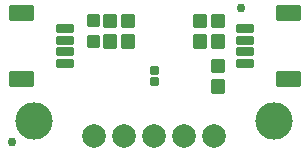
<source format=gts>
G04 EAGLE Gerber RS-274X export*
G75*
%MOMM*%
%FSLAX34Y34*%
%LPD*%
%INSoldermask Top*%
%IPPOS*%
%AMOC8*
5,1,8,0,0,1.08239X$1,22.5*%
G01*
%ADD10C,0.762000*%
%ADD11C,3.175000*%
%ADD12C,0.225588*%
%ADD13C,0.225369*%
%ADD14C,0.225400*%
%ADD15C,0.428259*%
%ADD16C,2.006600*%


D10*
X6350Y7620D03*
X200660Y120650D03*
D11*
X228600Y25400D03*
X25400Y25400D03*
D12*
X249457Y55393D02*
X249457Y66407D01*
X249457Y55393D02*
X230443Y55393D01*
X230443Y66407D01*
X249457Y66407D01*
X249457Y57536D02*
X230443Y57536D01*
X230443Y59679D02*
X249457Y59679D01*
X249457Y61822D02*
X230443Y61822D01*
X230443Y63965D02*
X249457Y63965D01*
X249457Y66108D02*
X230443Y66108D01*
X249457Y111393D02*
X249457Y122407D01*
X249457Y111393D02*
X230443Y111393D01*
X230443Y122407D01*
X249457Y122407D01*
X249457Y113536D02*
X230443Y113536D01*
X230443Y115679D02*
X249457Y115679D01*
X249457Y117822D02*
X230443Y117822D01*
X230443Y119965D02*
X249457Y119965D01*
X249457Y122108D02*
X230443Y122108D01*
D13*
X209458Y76408D02*
X209458Y71392D01*
X196942Y71392D01*
X196942Y76408D01*
X209458Y76408D01*
X209458Y73533D02*
X196942Y73533D01*
X196942Y75674D02*
X209458Y75674D01*
X209458Y81392D02*
X209458Y86408D01*
X209458Y81392D02*
X196942Y81392D01*
X196942Y86408D01*
X209458Y86408D01*
X209458Y83533D02*
X196942Y83533D01*
X196942Y85674D02*
X209458Y85674D01*
X209458Y91392D02*
X209458Y96408D01*
X209458Y91392D02*
X196942Y91392D01*
X196942Y96408D01*
X209458Y96408D01*
X209458Y93533D02*
X196942Y93533D01*
X196942Y95674D02*
X209458Y95674D01*
X209458Y101392D02*
X209458Y106408D01*
X209458Y101392D02*
X196942Y101392D01*
X196942Y106408D01*
X209458Y106408D01*
X209458Y103533D02*
X196942Y103533D01*
X196942Y105674D02*
X209458Y105674D01*
D12*
X4543Y111393D02*
X4543Y122407D01*
X23557Y122407D01*
X23557Y111393D01*
X4543Y111393D01*
X4543Y113536D02*
X23557Y113536D01*
X23557Y115679D02*
X4543Y115679D01*
X4543Y117822D02*
X23557Y117822D01*
X23557Y119965D02*
X4543Y119965D01*
X4543Y122108D02*
X23557Y122108D01*
X4543Y66407D02*
X4543Y55393D01*
X4543Y66407D02*
X23557Y66407D01*
X23557Y55393D01*
X4543Y55393D01*
X4543Y57536D02*
X23557Y57536D01*
X23557Y59679D02*
X4543Y59679D01*
X4543Y61822D02*
X23557Y61822D01*
X23557Y63965D02*
X4543Y63965D01*
X4543Y66108D02*
X23557Y66108D01*
D13*
X44542Y101392D02*
X44542Y106408D01*
X57058Y106408D01*
X57058Y101392D01*
X44542Y101392D01*
X44542Y103533D02*
X57058Y103533D01*
X57058Y105674D02*
X44542Y105674D01*
X44542Y96408D02*
X44542Y91392D01*
X44542Y96408D02*
X57058Y96408D01*
X57058Y91392D01*
X44542Y91392D01*
X44542Y93533D02*
X57058Y93533D01*
X57058Y95674D02*
X44542Y95674D01*
X44542Y86408D02*
X44542Y81392D01*
X44542Y86408D02*
X57058Y86408D01*
X57058Y81392D01*
X44542Y81392D01*
X44542Y83533D02*
X57058Y83533D01*
X57058Y85674D02*
X44542Y85674D01*
X44542Y76408D02*
X44542Y71392D01*
X44542Y76408D02*
X57058Y76408D01*
X57058Y71392D01*
X44542Y71392D01*
X44542Y73533D02*
X57058Y73533D01*
X57058Y75674D02*
X44542Y75674D01*
D14*
X184848Y88092D02*
X184848Y98108D01*
X184848Y88092D02*
X175832Y88092D01*
X175832Y98108D01*
X184848Y98108D01*
X184848Y90233D02*
X175832Y90233D01*
X175832Y92374D02*
X184848Y92374D01*
X184848Y94515D02*
X175832Y94515D01*
X175832Y96656D02*
X184848Y96656D01*
X184848Y105092D02*
X184848Y115108D01*
X184848Y105092D02*
X175832Y105092D01*
X175832Y115108D01*
X184848Y115108D01*
X184848Y107233D02*
X175832Y107233D01*
X175832Y109374D02*
X184848Y109374D01*
X184848Y111515D02*
X175832Y111515D01*
X175832Y113656D02*
X184848Y113656D01*
X169608Y98108D02*
X169608Y88092D01*
X160592Y88092D01*
X160592Y98108D01*
X169608Y98108D01*
X169608Y90233D02*
X160592Y90233D01*
X160592Y92374D02*
X169608Y92374D01*
X169608Y94515D02*
X160592Y94515D01*
X160592Y96656D02*
X169608Y96656D01*
X169608Y105092D02*
X169608Y115108D01*
X169608Y105092D02*
X160592Y105092D01*
X160592Y115108D01*
X169608Y115108D01*
X169608Y107233D02*
X160592Y107233D01*
X160592Y109374D02*
X169608Y109374D01*
X169608Y111515D02*
X160592Y111515D01*
X160592Y113656D02*
X169608Y113656D01*
D15*
X78424Y96324D02*
X71436Y96324D01*
X78424Y96324D02*
X78424Y89336D01*
X71436Y89336D01*
X71436Y96324D01*
X71436Y93405D02*
X78424Y93405D01*
X78424Y113864D02*
X71436Y113864D01*
X78424Y113864D02*
X78424Y106876D01*
X71436Y106876D01*
X71436Y113864D01*
X71436Y110945D02*
X78424Y110945D01*
D14*
X84392Y115108D02*
X84392Y105092D01*
X84392Y115108D02*
X93408Y115108D01*
X93408Y105092D01*
X84392Y105092D01*
X84392Y107233D02*
X93408Y107233D01*
X93408Y109374D02*
X84392Y109374D01*
X84392Y111515D02*
X93408Y111515D01*
X93408Y113656D02*
X84392Y113656D01*
X84392Y98108D02*
X84392Y88092D01*
X84392Y98108D02*
X93408Y98108D01*
X93408Y88092D01*
X84392Y88092D01*
X84392Y90233D02*
X93408Y90233D01*
X93408Y92374D02*
X84392Y92374D01*
X84392Y94515D02*
X93408Y94515D01*
X93408Y96656D02*
X84392Y96656D01*
D13*
X129508Y61008D02*
X129508Y55992D01*
X124492Y55992D01*
X124492Y61008D01*
X129508Y61008D01*
X129508Y58133D02*
X124492Y58133D01*
X124492Y60274D02*
X129508Y60274D01*
X129508Y65992D02*
X129508Y71008D01*
X129508Y65992D02*
X124492Y65992D01*
X124492Y71008D01*
X129508Y71008D01*
X129508Y68133D02*
X124492Y68133D01*
X124492Y70274D02*
X129508Y70274D01*
D14*
X184848Y60008D02*
X184848Y49992D01*
X175832Y49992D01*
X175832Y60008D01*
X184848Y60008D01*
X184848Y52133D02*
X175832Y52133D01*
X175832Y54274D02*
X184848Y54274D01*
X184848Y56415D02*
X175832Y56415D01*
X175832Y58556D02*
X184848Y58556D01*
X184848Y66992D02*
X184848Y77008D01*
X184848Y66992D02*
X175832Y66992D01*
X175832Y77008D01*
X184848Y77008D01*
X184848Y69133D02*
X175832Y69133D01*
X175832Y71274D02*
X184848Y71274D01*
X184848Y73415D02*
X175832Y73415D01*
X175832Y75556D02*
X184848Y75556D01*
X99632Y105092D02*
X99632Y115108D01*
X108648Y115108D01*
X108648Y105092D01*
X99632Y105092D01*
X99632Y107233D02*
X108648Y107233D01*
X108648Y109374D02*
X99632Y109374D01*
X99632Y111515D02*
X108648Y111515D01*
X108648Y113656D02*
X99632Y113656D01*
X99632Y98108D02*
X99632Y88092D01*
X99632Y98108D02*
X108648Y98108D01*
X108648Y88092D01*
X99632Y88092D01*
X99632Y90233D02*
X108648Y90233D01*
X108648Y92374D02*
X99632Y92374D01*
X99632Y94515D02*
X108648Y94515D01*
X108648Y96656D02*
X99632Y96656D01*
D16*
X76200Y12700D03*
X101600Y12700D03*
X127000Y12700D03*
X152400Y12700D03*
X177800Y12700D03*
M02*

</source>
